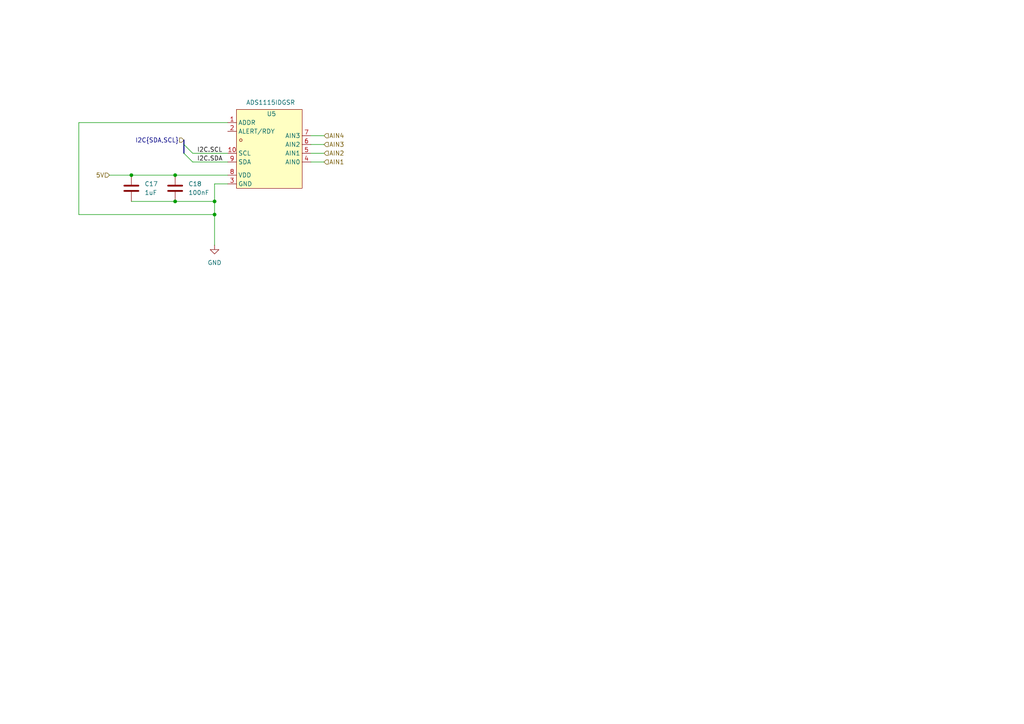
<source format=kicad_sch>
(kicad_sch (version 20250114) (generator "eeschema") (generator_version "9.0")
  (paper "A4")
  (lib_symbols
    (symbol "Device:C" (pin_numbers (hide yes)) (pin_names (offset 0.254))
      (property "Reference" "C" (at 0.635 2.54 0))
      (property "Value" "C" (at 0.635 -2.54 0))
      (symbol "C_0_1"
        (polyline (pts (xy -2.032 0.762) (xy 2.032 0.762)) (stroke (width 0.508)))
        (polyline (pts (xy -2.032 -0.762) (xy 2.032 -0.762)) (stroke (width 0.508)))
      )
      (symbol "C_1_1"
        (pin passive line (at 0 3.81 270) (length 2.794) (name "~") (number "1"))
        (pin passive line (at 0 -3.81 90) (length 2.794) (name "~") (number "2"))
      )
    )
    (symbol "easyeda2kicad:ADS1115IDGSR"
      (property "Reference" "U" (at -1.778 15.24 0))
      (property "Value" "ADS1115IDGSR" (at 0 -10.16 0))
      (symbol "ADS1115IDGSR_0_1"
        (rectangle (start -10.16 13.97) (end 8.89 -8.89) (fill (type background)))
        (circle (center -8.89 5.08) (radius 0.38))
        (pin unspecified line (at -12.7 10.16 0) (length 2.54) (name "ADDR") (number "1"))
        (pin unspecified line (at -12.7 7.62 0) (length 2.54) (name "ALERT/RDY") (number "2"))
        (pin unspecified line (at -12.7 1.27 0) (length 2.54) (name "SCL") (number "10"))
        (pin unspecified line (at -12.7 -1.27 0) (length 2.54) (name "SDA") (number "9"))
        (pin unspecified line (at -12.7 -5.08 0) (length 2.54) (name "VDD") (number "8"))
        (pin unspecified line (at -12.7 -7.62 0) (length 2.54) (name "GND") (number "3"))
        (pin unspecified line (at 11.43 6.35 180) (length 2.54) (name "AIN3") (number "7"))
        (pin unspecified line (at 11.43 3.81 180) (length 2.54) (name "AIN2") (number "6"))
        (pin unspecified line (at 11.43 1.27 180) (length 2.54) (name "AIN1") (number "5"))
        (pin unspecified line (at 11.43 -1.27 180) (length 2.54) (name "AIN0") (number "4"))
      )
    )
    (symbol "power:GND" (power) (pin_numbers (hide yes)) (pin_names (offset 0) (hide yes))
      (property "Value" "GND" (at 0 -3.81 0))
      (symbol "GND_0_1"
        (polyline (pts (xy 0 0) (xy 0 -1.27) (xy 1.27 -1.27) (xy 0 -2.54) (xy -1.27 -1.27) (xy 0 -1.27)))
      )
      (symbol "GND_1_1"
        (pin power_in line (at 0 0 270) (length 0) (name "~") (number "1"))
      )
    )
  )
  (junction (at 62.23 58.42))
  (junction (at 50.8 58.42))
  (junction (at 62.23 62.23))
  (junction (at 38.1 50.8))
  (junction (at 50.8 50.8))
  (bus_entry (at 53.34 44.45) (size 2.54 2.54))
  (bus_entry (at 53.34 41.91) (size 2.54 2.54))
  (wire (pts (xy 22.86 62.23) (xy 62.23 62.23)))
  (wire (pts (xy 55.88 44.45) (xy 66.04 44.45)))
  (wire (pts (xy 38.1 50.8) (xy 50.8 50.8)))
  (bus (pts (xy 53.34 40.64) (xy 53.34 41.91)))
  (wire (pts (xy 66.04 53.34) (xy 62.23 53.34)))
  (wire (pts (xy 62.23 58.42) (xy 62.23 62.23)))
  (wire (pts (xy 38.1 58.42) (xy 50.8 58.42)))
  (bus (pts (xy 53.34 41.91) (xy 53.34 44.45)))
  (wire (pts (xy 62.23 53.34) (xy 62.23 58.42)))
  (wire (pts (xy 90.17 39.37) (xy 93.98 39.37)))
  (wire (pts (xy 31.75 50.8) (xy 38.1 50.8)))
  (wire (pts (xy 50.8 58.42) (xy 62.23 58.42)))
  (wire (pts (xy 62.23 62.23) (xy 62.23 71.12)))
  (wire (pts (xy 22.86 35.56) (xy 22.86 62.23)))
  (wire (pts (xy 50.8 50.8) (xy 66.04 50.8)))
  (wire (pts (xy 66.04 35.56) (xy 22.86 35.56)))
  (wire (pts (xy 90.17 44.45) (xy 93.98 44.45)))
  (wire (pts (xy 90.17 46.99) (xy 93.98 46.99)))
  (wire (pts (xy 55.88 46.99) (xy 66.04 46.99)))
  (wire (pts (xy 90.17 41.91) (xy 93.98 41.91)))
  (label "I2C.SDA" (at 57.15 46.99 0))
  (label "I2C.SCL" (at 57.15 44.45 0))
  (hierarchical_label "AIN4" (shape input) (at 93.98 39.37 0))
  (hierarchical_label "5V" (shape input) (at 31.75 50.8 180))
  (hierarchical_label "AIN2" (shape input) (at 93.98 44.45 0))
  (hierarchical_label "AIN3" (shape input) (at 93.98 41.91 0))
  (hierarchical_label "AIN1" (shape input) (at 93.98 46.99 0))
  (hierarchical_label "I2C{SDA,SCL}" (shape input) (at 53.34 40.64 180))
  (symbol (lib_id "Device:C") (at 38.1 54.61 0) (unit 1)
    (property "Reference" "C17" (at 41.91 53.3399 0) (effects (justify left)))
    (property "Value" "1uF" (at 41.91 55.8799 0) (effects (justify left)))
    (property "Footprint" "Capacitor_SMD:C_0603_1608Metric" (effects (hide yes)))
    (property "Description" "Unpolarized capacitor" (effects (hide yes)))
  )
  (symbol (lib_id "easyeda2kicad:ADS1115IDGSR") (at 78.74 45.72 0) (unit 1)
    (property "Reference" "U5" (at 78.74 33.02 0))
    (property "Value" "ADS1115IDGSR" (at 78.486 29.718 0))
    (property "Footprint" "easyeda2kicad:MSOP-10_L3.0-W3.0-P0.50-LS5.0-BL" (effects (hide yes)))
    (property "Datasheet" "https://lcsc.com/product-detail/Analog-To-Digital-Converters-ADCs_TI_ADS1115IDGSR_ADS1115IDGSR_C37593.html" (effects (hide yes)))
    (property "LCSC Part" "C37593" (effects (hide yes)))
  )
  (symbol (lib_id "power:GND") (at 62.23 71.12 0) (unit 1)
    (property "Reference" "#PWR018" (effects (hide yes)))
    (property "Value" "GND" (at 62.23 76.2 0))
    (property "Description" "Power symbol creates a global label with name \"GND\" , ground" (effects (hide yes)))
  )
  (symbol (lib_id "Device:C") (at 50.8 54.61 0) (unit 1)
    (property "Reference" "C18" (at 54.61 53.3399 0) (effects (justify left)))
    (property "Value" "100nF" (at 54.61 55.8799 0) (effects (justify left)))
    (property "Footprint" "Capacitor_SMD:C_0603_1608Metric" (effects (hide yes)))
    (property "Description" "Unpolarized capacitor" (effects (hide yes)))
  )
)
</source>
